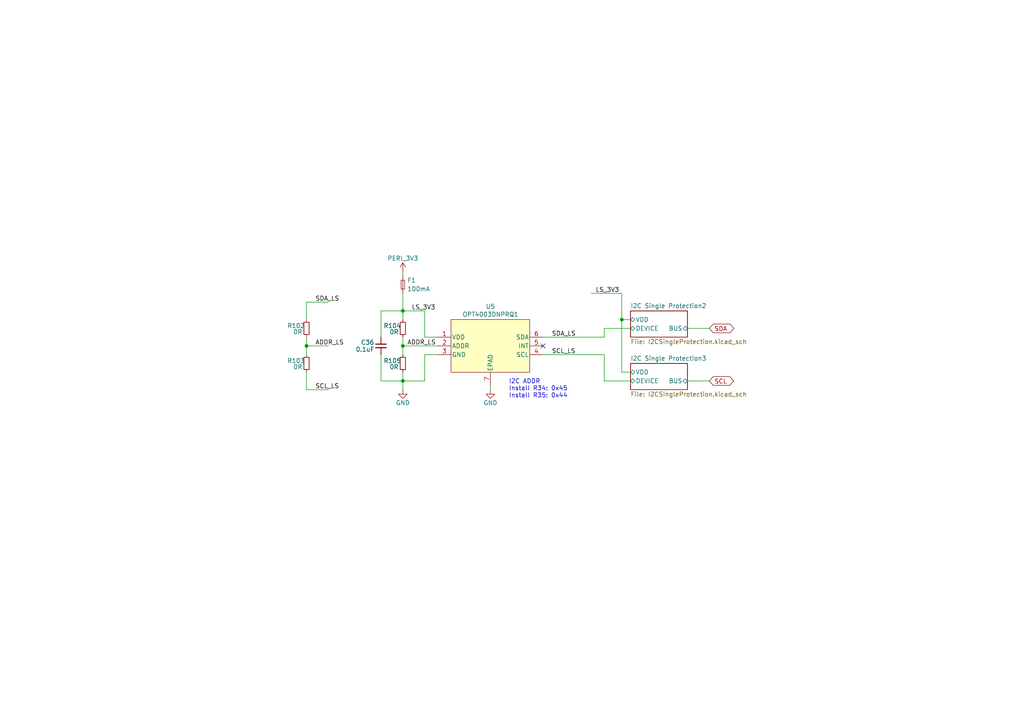
<source format=kicad_sch>
(kicad_sch (version 20231120) (generator "eeschema") (generator_version "8.0")
  (paper "A4")
  (lib_symbols
    (symbol "Device:C_Small" (pin_numbers hide) (pin_names (offset 0.254) hide)
      (property "Reference" "C" (at 0.254 1.778 0))
      (property "Value" "C_Small" (at 0.254 -2.032 0))
      (symbol "C_Small_0_1"
        (polyline (pts (xy -1.524 -0.508) (xy 1.524 -0.508)) (stroke (width 0.3302)))
        (polyline (pts (xy -1.524 0.508) (xy 1.524 0.508)) (stroke (width 0.3048)))
      )
      (symbol "C_Small_1_1"
        (pin passive line (at 0 2.54 270) (length 2.032) (name "~") (number "1"))
        (pin passive line (at 0 -2.54 90) (length 2.032) (name "~") (number "2"))
      )
    )
    (symbol "Device:Fuse_Small" (pin_numbers hide) (pin_names (offset 0.254) hide)
      (property "Reference" "F" (at 0 -1.524 0))
      (property "Value" "Fuse_Small" (at 0 1.524 0))
      (symbol "Fuse_Small_0_1"
        (rectangle (start -1.27 0.508) (end 1.27 -0.508))
        (polyline (pts (xy -1.27 0) (xy 1.27 0)))
      )
      (symbol "Fuse_Small_1_1"
        (pin passive line (at -2.54 0 0) (length 1.27) (name "~") (number "1"))
        (pin passive line (at 2.54 0 180) (length 1.27) (name "~") (number "2"))
      )
    )
    (symbol "Device:R_Small" (pin_numbers hide) (pin_names (offset 0.254) hide)
      (property "Reference" "R" (at 0.762 0.508 0))
      (property "Value" "R_Small" (at 0.762 -1.016 0))
      (symbol "R_Small_0_1"
        (rectangle (start -0.762 1.778) (end 0.762 -1.778) (stroke (width 0.2032)))
      )
      (symbol "R_Small_1_1"
        (pin passive line (at 0 2.54 270) (length 0.762) (name "~") (number "1"))
        (pin passive line (at 0 -2.54 90) (length 0.762) (name "~") (number "2"))
      )
    )
    (symbol "SolarPanels:OPT4003DNPRQ1" (pin_names (offset 0.254))
      (property "Reference" "U" (at 0 11.938 0))
      (property "Value" "OPT4003DNPRQ1" (at 0 9.398 0))
      (symbol "OPT4003DNPRQ1_1_1"
        (rectangle (start -11.43 7.62) (end 11.43 -7.62) (fill (type background)))
        (pin input line (at -15.24 2.54 0) (length 3.81) (name "VDD") (number "1"))
        (pin input line (at -15.24 0 0) (length 3.81) (name "ADDR") (number "2"))
        (pin power_in line (at -15.24 -2.54 0) (length 3.81) (name "GND") (number "3"))
        (pin input line (at 15.24 -2.54 180) (length 3.81) (name "SCL") (number "4"))
        (pin bidirectional line (at 15.24 0 180) (length 3.81) (name "INT") (number "5"))
        (pin bidirectional line (at 15.24 2.54 180) (length 3.81) (name "SDA") (number "6"))
        (pin power_out line (at 0 -11.43 90) (length 3.81) (name "EPAD") (number "7"))
      )
    )
    (symbol "power:+3.3V" (power) (pin_numbers hide) (pin_names (offset 0) hide)
      (property "Value" "+3.3V" (at 0 3.556 0))
      (symbol "+3.3V_0_1"
        (polyline (pts (xy -0.762 1.27) (xy 0 2.54)))
        (polyline (pts (xy 0 0) (xy 0 2.54)))
        (polyline (pts (xy 0 2.54) (xy 0.762 1.27)))
      )
      (symbol "+3.3V_1_1"
        (pin power_in line (at 0 0 90) (length 0) (name "~") (number "1"))
      )
    )
    (symbol "power:GND" (power) (pin_numbers hide) (pin_names (offset 0) hide)
      (property "Value" "GND" (at 0 -3.81 0))
      (symbol "GND_0_1"
        (polyline (pts (xy 0 0) (xy 0 -1.27) (xy 1.27 -1.27) (xy 0 -2.54) (xy -1.27 -1.27) (xy 0 -1.27)))
      )
      (symbol "GND_1_1"
        (pin power_in line (at 0 0 270) (length 0) (name "~") (number "1"))
      )
    )
  )
  (junction (at 116.84 90.17))
  (junction (at 116.84 110.49))
  (junction (at 88.9 100.33))
  (junction (at 116.84 100.33))
  (junction (at 180.34 92.71))
  (no_connect (at 157.48 100.33))
  (wire (pts (xy 88.9 100.33) (xy 95.25 100.33)))
  (wire (pts (xy 110.49 110.49) (xy 116.84 110.49)))
  (wire (pts (xy 175.26 102.87) (xy 175.26 110.49)))
  (wire (pts (xy 171.45 85.09) (xy 180.34 85.09)))
  (wire (pts (xy 88.9 87.63) (xy 88.9 92.71)))
  (wire (pts (xy 88.9 97.79) (xy 88.9 100.33)))
  (wire (pts (xy 116.84 100.33) (xy 116.84 97.79)))
  (wire (pts (xy 142.24 113.03) (xy 142.24 111.76)))
  (wire (pts (xy 123.19 102.87) (xy 123.19 110.49)))
  (wire (pts (xy 116.84 107.95) (xy 116.84 110.49)))
  (wire (pts (xy 88.9 107.95) (xy 88.9 113.03)))
  (wire (pts (xy 123.19 102.87) (xy 127 102.87)))
  (wire (pts (xy 123.19 97.79) (xy 127 97.79)))
  (wire (pts (xy 175.26 110.49) (xy 182.88 110.49)))
  (wire (pts (xy 180.34 85.09) (xy 180.34 92.71)))
  (wire (pts (xy 116.84 100.33) (xy 116.84 102.87)))
  (wire (pts (xy 157.48 102.87) (xy 175.26 102.87)))
  (wire (pts (xy 88.9 100.33) (xy 88.9 102.87)))
  (wire (pts (xy 116.84 78.74) (xy 116.84 80.01)))
  (wire (pts (xy 116.84 90.17) (xy 123.19 90.17)))
  (wire (pts (xy 199.39 110.49) (xy 205.74 110.49)))
  (wire (pts (xy 180.34 92.71) (xy 180.34 107.95)))
  (wire (pts (xy 116.84 85.09) (xy 116.84 90.17)))
  (wire (pts (xy 182.88 95.25) (xy 175.26 95.25)))
  (wire (pts (xy 116.84 113.03) (xy 116.84 110.49)))
  (wire (pts (xy 88.9 113.03) (xy 95.25 113.03)))
  (wire (pts (xy 182.88 107.95) (xy 180.34 107.95)))
  (wire (pts (xy 199.39 95.25) (xy 205.74 95.25)))
  (wire (pts (xy 116.84 90.17) (xy 116.84 92.71)))
  (wire (pts (xy 157.48 97.79) (xy 175.26 97.79)))
  (wire (pts (xy 88.9 87.63) (xy 95.25 87.63)))
  (wire (pts (xy 180.34 92.71) (xy 182.88 92.71)))
  (wire (pts (xy 123.19 97.79) (xy 123.19 90.17)))
  (wire (pts (xy 110.49 102.87) (xy 110.49 110.49)))
  (wire (pts (xy 123.19 110.49) (xy 116.84 110.49)))
  (wire (pts (xy 116.84 100.33) (xy 127 100.33)))
  (wire (pts (xy 110.49 90.17) (xy 110.49 97.79)))
  (wire (pts (xy 175.26 95.25) (xy 175.26 97.79)))
  (wire (pts (xy 116.84 90.17) (xy 110.49 90.17)))
  (text "I2C ADDR\nInstall R34: 0x45\nInstall R35: 0x44" (at 147.574 115.57 0) (effects (font (size 1.27 1.27)) (justify left bottom)))
  (label "ADDR_LS" (at 91.44 100.33 0))
  (label "ADDR_LS" (at 118.11 100.33 0))
  (label "SDA_LS" (at 160.02 97.79 0))
  (label "SCL_LS" (at 91.44 113.03 0))
  (label "SDA_LS" (at 91.44 87.63 0))
  (label "LS_3V3" (at 172.72 85.09 0))
  (label "SCL_LS" (at 160.02 102.87 0))
  (label "LS_3V3" (at 119.38 90.17 0))
  (global_label "SCL" (shape bidirectional) (at 205.74 110.49 0) (property "Intersheetrefs" "${INTERSHEET_REFS}" (effects (hide yes))))
  (global_label "SDA" (shape bidirectional) (at 205.74 95.25 0) (property "Intersheetrefs" "${INTERSHEET_REFS}" (effects (hide yes))))
  (symbol (lib_id "Device:R_Small") (at 88.9 105.41 0) (mirror x) (unit 1)
    (property "Reference" "R103" (at 85.852 104.648 0))
    (property "Value" "0R" (at 86.36 106.426 0))
    (property "Footprint" "Resistor_SMD:R_0603_1608Metric" (effects (hide yes)))
    (property "Description" "Resistor, small symbol" (effects (hide yes)))
  )
  (symbol (lib_id "Device:R_Small") (at 116.84 95.25 0) (mirror x) (unit 1)
    (property "Reference" "R104" (at 113.792 94.488 0))
    (property "Value" "0R" (at 114.3 96.266 0))
    (property "Footprint" "Resistor_SMD:R_0603_1608Metric" (effects (hide yes)))
    (property "Description" "Resistor, small symbol" (effects (hide yes)))
  )
  (symbol (lib_id "power:+3.3V") (at 116.84 78.74 0) (unit 1)
    (property "Reference" "#PWR049" (effects (hide yes)))
    (property "Value" "PERI_3V3" (at 116.84 74.93 0))
    (property "Description" "Power symbol creates a global label with name \"+3.3V\"" (effects (hide yes)))
  )
  (symbol (lib_id "SolarPanels:OPT4003DNPRQ1") (at 142.24 100.33 0) (unit 1)
    (property "Reference" "U5" (at 142.24 88.9 0))
    (property "Value" "OPT4003DNPRQ1" (at 142.24 91.186 0))
    (property "Footprint" "SolarPanels:OPT4003" (effects (hide yes)))
    (property "Datasheet" "OPT4003DNPRQ1" (effects (hide yes)))
  )
  (symbol (lib_id "Device:R_Small") (at 116.84 105.41 0) (mirror x) (unit 1)
    (property "Reference" "R105" (at 113.792 104.648 0))
    (property "Value" "0R" (at 114.3 106.426 0))
    (property "Footprint" "Resistor_SMD:R_0603_1608Metric" (effects (hide yes)))
    (property "Description" "Resistor, small symbol" (effects (hide yes)))
  )
  (symbol (lib_id "Device:C_Small") (at 110.49 100.33 0) (unit 1)
    (property "Reference" "C36" (at 104.648 99.314 0) (effects (justify left)))
    (property "Value" "0.1uF" (at 103.124 101.346 0) (effects (justify left)))
    (property "Footprint" "Capacitor_SMD:C_0603_1608Metric" (effects (hide yes)))
    (property "Description" "Unpolarized capacitor, small symbol" (effects (hide yes)))
  )
  (symbol (lib_id "Device:R_Small") (at 88.9 95.25 0) (mirror x) (unit 1)
    (property "Reference" "R102" (at 85.852 94.488 0))
    (property "Value" "0R" (at 86.36 96.266 0))
    (property "Footprint" "Resistor_SMD:R_0603_1608Metric" (effects (hide yes)))
    (property "Description" "Resistor, small symbol" (effects (hide yes)))
  )
  (symbol (lib_id "power:GND") (at 142.24 113.03 0) (unit 1)
    (property "Reference" "#PWR051" (effects (hide yes)))
    (property "Value" "GND" (at 142.24 116.84 0))
    (property "Description" "Power symbol creates a global label with name \"GND\" , ground" (effects (hide yes)))
  )
  (symbol (lib_id "Device:Fuse_Small") (at 116.84 82.55 90) (unit 1)
    (property "Reference" "F1" (at 118.11 81.2799 90) (effects (justify right)))
    (property "Value" "100mA" (at 118.11 83.8199 90) (effects (justify right)))
    (property "Description" "Fuse, small symbol" (effects (hide yes)))
  )
  (symbol (lib_id "power:GND") (at 116.84 113.03 0) (unit 1)
    (property "Reference" "#PWR050" (effects (hide yes)))
    (property "Value" "GND" (at 116.84 116.84 0))
    (property "Description" "Power symbol creates a global label with name \"GND\" , ground" (effects (hide yes)))
  )
  (sheet (at 182.88 105.41) (size 16.51 7.62) (stroke (width 0.1524))
    (property "Sheetname" "I2C Single Protection3" (at 182.88 104.6984 0) (effects (justify left bottom)))
    (property "Sheetfile" "I2CSingleProtection.kicad_sch" (at 182.88 113.6146 0) (effects (justify left top)))
    (pin "DEVICE" bidirectional (at 182.88 110.49 180))
    (pin "BUS" bidirectional (at 199.39 110.49 0))
    (pin "VDD" bidirectional (at 182.88 107.95 180))
  )
  (sheet (at 182.88 90.17) (size 16.51 7.62) (stroke (width 0.1524))
    (property "Sheetname" "I2C Single Protection2" (at 182.88 89.4584 0) (effects (justify left bottom)))
    (property "Sheetfile" "I2CSingleProtection.kicad_sch" (at 182.88 98.3746 0) (effects (justify left top)))
    (pin "DEVICE" bidirectional (at 182.88 95.25 180))
    (pin "BUS" bidirectional (at 199.39 95.25 0))
    (pin "VDD" bidirectional (at 182.88 92.71 180))
  )
)
</source>
